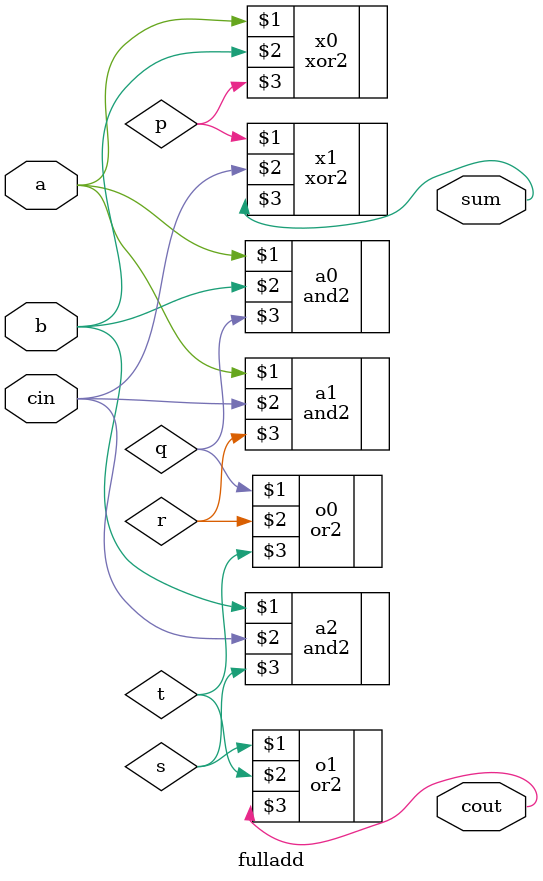
<source format=v>
module fulladd(input wire a, b, cin, output wire sum, cout);
    wire p,q,r,s,t;
    xor2 x0(a, b, p);
    xor2 x1(p, cin, sum);
    and2 a0(a, b, q);
    and2 a1(a, cin, r);
    and2 a2(b, cin, s);
    or2 o0(q, r, t);
    or2 o1(s, t, cout);
endmodule

</source>
